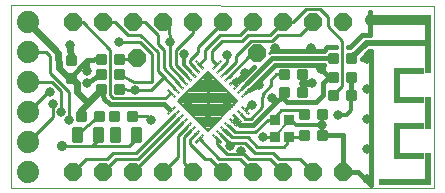
<source format=gtl>
G75*
%MOIN*%
%OFA0B0*%
%FSLAX25Y25*%
%IPPOS*%
%LPD*%
%AMOC8*
5,1,8,0,0,1.08239X$1,22.5*
%
%ADD10C,0.00000*%
%ADD11C,0.00875*%
%ADD12C,0.00728*%
%ADD13C,0.00492*%
%ADD14R,0.01969X0.01969*%
%ADD15R,0.01969X0.03543*%
%ADD16R,0.17323X0.03543*%
%ADD17R,0.01969X0.19685*%
%ADD18R,0.17323X0.01969*%
%ADD19R,0.01969X0.10630*%
%ADD20R,0.15512X0.01969*%
%ADD21C,0.03575*%
%ADD22R,0.10394X0.01969*%
%ADD23R,0.01969X0.07874*%
%ADD24C,0.07400*%
%ADD25R,0.03346X0.03740*%
%ADD26OC8,0.06000*%
%ADD27C,0.00800*%
%ADD28C,0.01200*%
%ADD29C,0.03169*%
%ADD30C,0.01600*%
%ADD31C,0.01000*%
%ADD32C,0.02400*%
%ADD33C,0.03562*%
%ADD34C,0.02000*%
D10*
X0001250Y0001800D02*
X0001250Y0063011D01*
X0142451Y0062761D01*
X0142451Y0001800D01*
X0001250Y0001800D01*
D11*
X0022187Y0017737D02*
X0024813Y0017737D01*
X0022187Y0017737D02*
X0022187Y0021863D01*
X0024813Y0021863D01*
X0024813Y0017737D01*
X0024813Y0018611D02*
X0022187Y0018611D01*
X0022187Y0019485D02*
X0024813Y0019485D01*
X0024813Y0020359D02*
X0022187Y0020359D01*
X0022187Y0021233D02*
X0024813Y0021233D01*
X0029187Y0017737D02*
X0031813Y0017737D01*
X0029187Y0017737D02*
X0029187Y0021863D01*
X0031813Y0021863D01*
X0031813Y0017737D01*
X0031813Y0018611D02*
X0029187Y0018611D01*
X0029187Y0019485D02*
X0031813Y0019485D01*
X0031813Y0020359D02*
X0029187Y0020359D01*
X0029187Y0021233D02*
X0031813Y0021233D01*
X0034687Y0017737D02*
X0037313Y0017737D01*
X0034687Y0017737D02*
X0034687Y0021863D01*
X0037313Y0021863D01*
X0037313Y0017737D01*
X0037313Y0018611D02*
X0034687Y0018611D01*
X0034687Y0019485D02*
X0037313Y0019485D01*
X0037313Y0020359D02*
X0034687Y0020359D01*
X0034687Y0021233D02*
X0037313Y0021233D01*
X0041687Y0017737D02*
X0044313Y0017737D01*
X0041687Y0017737D02*
X0041687Y0021863D01*
X0044313Y0021863D01*
X0044313Y0017737D01*
X0044313Y0018611D02*
X0041687Y0018611D01*
X0041687Y0019485D02*
X0044313Y0019485D01*
X0044313Y0020359D02*
X0041687Y0020359D01*
X0041687Y0021233D02*
X0044313Y0021233D01*
X0043063Y0024487D02*
X0040437Y0024487D01*
X0040437Y0027113D01*
X0043063Y0027113D01*
X0043063Y0024487D01*
X0043063Y0025361D02*
X0040437Y0025361D01*
X0040437Y0026235D02*
X0043063Y0026235D01*
X0043063Y0027109D02*
X0040437Y0027109D01*
X0037063Y0024487D02*
X0034437Y0024487D01*
X0034437Y0027113D01*
X0037063Y0027113D01*
X0037063Y0024487D01*
X0037063Y0025361D02*
X0034437Y0025361D01*
X0034437Y0026235D02*
X0037063Y0026235D01*
X0037063Y0027109D02*
X0034437Y0027109D01*
X0032063Y0027113D02*
X0029437Y0027113D01*
X0032063Y0027113D02*
X0032063Y0024487D01*
X0029437Y0024487D01*
X0029437Y0027113D01*
X0029437Y0025361D02*
X0032063Y0025361D01*
X0032063Y0026235D02*
X0029437Y0026235D01*
X0029437Y0027109D02*
X0032063Y0027109D01*
X0026063Y0027113D02*
X0023437Y0027113D01*
X0026063Y0027113D02*
X0026063Y0024487D01*
X0023437Y0024487D01*
X0023437Y0027113D01*
X0023437Y0025361D02*
X0026063Y0025361D01*
X0026063Y0026235D02*
X0023437Y0026235D01*
X0023437Y0027109D02*
X0026063Y0027109D01*
X0030187Y0036113D02*
X0032813Y0036113D01*
X0032813Y0033487D01*
X0030187Y0033487D01*
X0030187Y0036113D01*
X0030187Y0034361D02*
X0032813Y0034361D01*
X0032813Y0035235D02*
X0030187Y0035235D01*
X0030187Y0036109D02*
X0032813Y0036109D01*
X0036187Y0036113D02*
X0038813Y0036113D01*
X0038813Y0033487D01*
X0036187Y0033487D01*
X0036187Y0036113D01*
X0036187Y0034361D02*
X0038813Y0034361D01*
X0038813Y0035235D02*
X0036187Y0035235D01*
X0036187Y0036109D02*
X0038813Y0036109D01*
X0038813Y0038487D02*
X0036187Y0038487D01*
X0036187Y0041113D01*
X0038813Y0041113D01*
X0038813Y0038487D01*
X0038813Y0039361D02*
X0036187Y0039361D01*
X0036187Y0040235D02*
X0038813Y0040235D01*
X0038813Y0041109D02*
X0036187Y0041109D01*
X0032813Y0038487D02*
X0030187Y0038487D01*
X0030187Y0041113D01*
X0032813Y0041113D01*
X0032813Y0038487D01*
X0032813Y0039361D02*
X0030187Y0039361D01*
X0030187Y0040235D02*
X0032813Y0040235D01*
X0032813Y0041109D02*
X0030187Y0041109D01*
X0030187Y0046113D02*
X0032813Y0046113D01*
X0032813Y0043487D01*
X0030187Y0043487D01*
X0030187Y0046113D01*
X0030187Y0044361D02*
X0032813Y0044361D01*
X0032813Y0045235D02*
X0030187Y0045235D01*
X0030187Y0046109D02*
X0032813Y0046109D01*
X0036187Y0046113D02*
X0038813Y0046113D01*
X0038813Y0043487D01*
X0036187Y0043487D01*
X0036187Y0046113D01*
X0036187Y0044361D02*
X0038813Y0044361D01*
X0038813Y0045235D02*
X0036187Y0045235D01*
X0036187Y0046109D02*
X0038813Y0046109D01*
X0022813Y0045863D02*
X0022813Y0043237D01*
X0020187Y0043237D01*
X0020187Y0045863D01*
X0022813Y0045863D01*
X0022813Y0044111D02*
X0020187Y0044111D01*
X0020187Y0044985D02*
X0022813Y0044985D01*
X0022813Y0045859D02*
X0020187Y0045859D01*
X0022813Y0039863D02*
X0022813Y0037237D01*
X0020187Y0037237D01*
X0020187Y0039863D01*
X0022813Y0039863D01*
X0022813Y0038111D02*
X0020187Y0038111D01*
X0020187Y0038985D02*
X0022813Y0038985D01*
X0022813Y0039859D02*
X0020187Y0039859D01*
X0090937Y0041113D02*
X0093563Y0041113D01*
X0093563Y0038487D01*
X0090937Y0038487D01*
X0090937Y0041113D01*
X0090937Y0039361D02*
X0093563Y0039361D01*
X0093563Y0040235D02*
X0090937Y0040235D01*
X0090937Y0041109D02*
X0093563Y0041109D01*
X0096937Y0041113D02*
X0099563Y0041113D01*
X0099563Y0038487D01*
X0096937Y0038487D01*
X0096937Y0041113D01*
X0096937Y0039361D02*
X0099563Y0039361D01*
X0099563Y0040235D02*
X0096937Y0040235D01*
X0096937Y0041109D02*
X0099563Y0041109D01*
X0107437Y0040363D02*
X0110063Y0040363D01*
X0110063Y0037737D01*
X0107437Y0037737D01*
X0107437Y0040363D01*
X0107437Y0038611D02*
X0110063Y0038611D01*
X0110063Y0039485D02*
X0107437Y0039485D01*
X0107437Y0040359D02*
X0110063Y0040359D01*
X0113437Y0040363D02*
X0116063Y0040363D01*
X0116063Y0037737D01*
X0113437Y0037737D01*
X0113437Y0040363D01*
X0113437Y0038611D02*
X0116063Y0038611D01*
X0116063Y0039485D02*
X0113437Y0039485D01*
X0113437Y0040359D02*
X0116063Y0040359D01*
X0116063Y0046613D02*
X0113437Y0046613D01*
X0116063Y0046613D02*
X0116063Y0043987D01*
X0113437Y0043987D01*
X0113437Y0046613D01*
X0113437Y0044861D02*
X0116063Y0044861D01*
X0116063Y0045735D02*
X0113437Y0045735D01*
X0113437Y0046609D02*
X0116063Y0046609D01*
X0110063Y0046613D02*
X0107437Y0046613D01*
X0110063Y0046613D02*
X0110063Y0043987D01*
X0107437Y0043987D01*
X0107437Y0046613D01*
X0107437Y0044861D02*
X0110063Y0044861D01*
X0110063Y0045735D02*
X0107437Y0045735D01*
X0107437Y0046609D02*
X0110063Y0046609D01*
X0099636Y0032664D02*
X0097010Y0032664D01*
X0097010Y0035290D01*
X0099636Y0035290D01*
X0099636Y0032664D01*
X0099636Y0033538D02*
X0097010Y0033538D01*
X0097010Y0034412D02*
X0099636Y0034412D01*
X0099636Y0035286D02*
X0097010Y0035286D01*
X0093636Y0032664D02*
X0091010Y0032664D01*
X0091010Y0035290D01*
X0093636Y0035290D01*
X0093636Y0032664D01*
X0093636Y0033538D02*
X0091010Y0033538D01*
X0091010Y0034412D02*
X0093636Y0034412D01*
X0093636Y0035286D02*
X0091010Y0035286D01*
X0107437Y0031737D02*
X0110063Y0031737D01*
X0107437Y0031737D02*
X0107437Y0034363D01*
X0110063Y0034363D01*
X0110063Y0031737D01*
X0110063Y0032611D02*
X0107437Y0032611D01*
X0107437Y0033485D02*
X0110063Y0033485D01*
X0110063Y0034359D02*
X0107437Y0034359D01*
X0113437Y0031737D02*
X0116063Y0031737D01*
X0113437Y0031737D02*
X0113437Y0034363D01*
X0116063Y0034363D01*
X0116063Y0031737D01*
X0116063Y0032611D02*
X0113437Y0032611D01*
X0113437Y0033485D02*
X0116063Y0033485D01*
X0116063Y0034359D02*
X0113437Y0034359D01*
X0106417Y0027802D02*
X0103791Y0027802D01*
X0106417Y0027802D02*
X0106417Y0025176D01*
X0103791Y0025176D01*
X0103791Y0027802D01*
X0103791Y0026050D02*
X0106417Y0026050D01*
X0106417Y0026924D02*
X0103791Y0026924D01*
X0103791Y0027798D02*
X0106417Y0027798D01*
X0100417Y0027802D02*
X0097791Y0027802D01*
X0100417Y0027802D02*
X0100417Y0025176D01*
X0097791Y0025176D01*
X0097791Y0027802D01*
X0097791Y0026050D02*
X0100417Y0026050D01*
X0100417Y0026924D02*
X0097791Y0026924D01*
X0097791Y0027798D02*
X0100417Y0027798D01*
X0100313Y0020941D02*
X0097687Y0020941D01*
X0100313Y0020941D02*
X0100313Y0018315D01*
X0097687Y0018315D01*
X0097687Y0020941D01*
X0097687Y0019189D02*
X0100313Y0019189D01*
X0100313Y0020063D02*
X0097687Y0020063D01*
X0097687Y0020937D02*
X0100313Y0020937D01*
X0103687Y0020941D02*
X0106313Y0020941D01*
X0106313Y0018315D01*
X0103687Y0018315D01*
X0103687Y0020941D01*
X0103687Y0019189D02*
X0106313Y0019189D01*
X0106313Y0020063D02*
X0103687Y0020063D01*
X0103687Y0020937D02*
X0106313Y0020937D01*
D12*
X0076784Y0030800D02*
X0067000Y0040584D01*
X0076784Y0030800D02*
X0067000Y0021016D01*
X0057216Y0030800D01*
X0067000Y0040584D01*
X0067727Y0021743D02*
X0066273Y0021743D01*
X0065546Y0022470D02*
X0068454Y0022470D01*
X0069181Y0023197D02*
X0064819Y0023197D01*
X0064092Y0023924D02*
X0069908Y0023924D01*
X0070635Y0024651D02*
X0063365Y0024651D01*
X0062638Y0025378D02*
X0071362Y0025378D01*
X0072089Y0026105D02*
X0061911Y0026105D01*
X0061184Y0026832D02*
X0072816Y0026832D01*
X0073543Y0027559D02*
X0060457Y0027559D01*
X0059730Y0028286D02*
X0074270Y0028286D01*
X0074997Y0029013D02*
X0059003Y0029013D01*
X0058276Y0029740D02*
X0075724Y0029740D01*
X0076451Y0030467D02*
X0057549Y0030467D01*
X0057610Y0031194D02*
X0076390Y0031194D01*
X0075663Y0031921D02*
X0058337Y0031921D01*
X0059064Y0032648D02*
X0074936Y0032648D01*
X0074209Y0033375D02*
X0059791Y0033375D01*
X0060518Y0034102D02*
X0073482Y0034102D01*
X0072755Y0034829D02*
X0061245Y0034829D01*
X0061972Y0035556D02*
X0072028Y0035556D01*
X0071301Y0036283D02*
X0062699Y0036283D01*
X0063426Y0037010D02*
X0070574Y0037010D01*
X0069847Y0037737D02*
X0064153Y0037737D01*
X0064880Y0038464D02*
X0069120Y0038464D01*
X0068393Y0039191D02*
X0065607Y0039191D01*
X0066334Y0039918D02*
X0067666Y0039918D01*
D13*
X0069854Y0040684D02*
X0072288Y0043118D01*
X0072636Y0042770D01*
X0070202Y0040336D01*
X0069854Y0040684D01*
X0069997Y0040827D02*
X0070693Y0040827D01*
X0070488Y0041318D02*
X0071184Y0041318D01*
X0070979Y0041809D02*
X0071675Y0041809D01*
X0071470Y0042300D02*
X0072166Y0042300D01*
X0071961Y0042791D02*
X0072615Y0042791D01*
X0070896Y0044510D02*
X0068462Y0042076D01*
X0070896Y0044510D02*
X0071244Y0044162D01*
X0068810Y0041728D01*
X0068462Y0042076D01*
X0068605Y0042219D02*
X0069301Y0042219D01*
X0069096Y0042710D02*
X0069792Y0042710D01*
X0069587Y0043201D02*
X0070283Y0043201D01*
X0070078Y0043692D02*
X0070774Y0043692D01*
X0070569Y0044183D02*
X0071223Y0044183D01*
X0065190Y0041728D02*
X0062756Y0044162D01*
X0063104Y0044510D01*
X0065538Y0042076D01*
X0065190Y0041728D01*
X0065395Y0042219D02*
X0064699Y0042219D01*
X0064904Y0042710D02*
X0064208Y0042710D01*
X0064413Y0043201D02*
X0063717Y0043201D01*
X0063922Y0043692D02*
X0063226Y0043692D01*
X0063431Y0044183D02*
X0062777Y0044183D01*
X0061433Y0042839D02*
X0063867Y0040405D01*
X0061433Y0042839D02*
X0061781Y0043187D01*
X0064215Y0040753D01*
X0063867Y0040405D01*
X0064072Y0040896D02*
X0063376Y0040896D01*
X0063581Y0041387D02*
X0062885Y0041387D01*
X0063090Y0041878D02*
X0062394Y0041878D01*
X0062599Y0042369D02*
X0061903Y0042369D01*
X0062108Y0042860D02*
X0061454Y0042860D01*
X0060111Y0041517D02*
X0062545Y0039083D01*
X0060111Y0041517D02*
X0060459Y0041865D01*
X0062893Y0039431D01*
X0062545Y0039083D01*
X0062750Y0039574D02*
X0062054Y0039574D01*
X0062259Y0040065D02*
X0061563Y0040065D01*
X0061768Y0040556D02*
X0061072Y0040556D01*
X0061277Y0041047D02*
X0060581Y0041047D01*
X0060786Y0041538D02*
X0060132Y0041538D01*
X0058719Y0040125D02*
X0061153Y0037691D01*
X0058719Y0040125D02*
X0059067Y0040473D01*
X0061501Y0038039D01*
X0061153Y0037691D01*
X0061358Y0038182D02*
X0060662Y0038182D01*
X0060867Y0038673D02*
X0060171Y0038673D01*
X0060376Y0039164D02*
X0059680Y0039164D01*
X0059885Y0039655D02*
X0059189Y0039655D01*
X0059394Y0040146D02*
X0058740Y0040146D01*
X0057327Y0038733D02*
X0059761Y0036299D01*
X0057327Y0038733D02*
X0057675Y0039081D01*
X0060109Y0036647D01*
X0059761Y0036299D01*
X0059966Y0036790D02*
X0059270Y0036790D01*
X0059475Y0037281D02*
X0058779Y0037281D01*
X0058984Y0037772D02*
X0058288Y0037772D01*
X0058493Y0038263D02*
X0057797Y0038263D01*
X0058002Y0038754D02*
X0057348Y0038754D01*
X0056005Y0037411D02*
X0058439Y0034977D01*
X0056005Y0037411D02*
X0056353Y0037759D01*
X0058787Y0035325D01*
X0058439Y0034977D01*
X0058644Y0035468D02*
X0057948Y0035468D01*
X0058153Y0035959D02*
X0057457Y0035959D01*
X0057662Y0036450D02*
X0056966Y0036450D01*
X0057171Y0036941D02*
X0056475Y0036941D01*
X0056680Y0037432D02*
X0056026Y0037432D01*
X0054613Y0036019D02*
X0057047Y0033585D01*
X0054613Y0036019D02*
X0054961Y0036367D01*
X0057395Y0033933D01*
X0057047Y0033585D01*
X0057252Y0034076D02*
X0056556Y0034076D01*
X0056761Y0034567D02*
X0056065Y0034567D01*
X0056270Y0035058D02*
X0055574Y0035058D01*
X0055779Y0035549D02*
X0055083Y0035549D01*
X0055288Y0036040D02*
X0054634Y0036040D01*
X0053290Y0034696D02*
X0055724Y0032262D01*
X0053290Y0034696D02*
X0053638Y0035044D01*
X0056072Y0032610D01*
X0055724Y0032262D01*
X0055929Y0032753D02*
X0055233Y0032753D01*
X0055438Y0033244D02*
X0054742Y0033244D01*
X0054947Y0033735D02*
X0054251Y0033735D01*
X0054456Y0034226D02*
X0053760Y0034226D01*
X0053965Y0034717D02*
X0053311Y0034717D01*
X0056072Y0028990D02*
X0053638Y0026556D01*
X0053290Y0026904D01*
X0055724Y0029338D01*
X0056072Y0028990D01*
X0054129Y0027047D02*
X0053433Y0027047D01*
X0053924Y0027538D02*
X0054620Y0027538D01*
X0054415Y0028029D02*
X0055111Y0028029D01*
X0054906Y0028520D02*
X0055602Y0028520D01*
X0055397Y0029011D02*
X0056051Y0029011D01*
X0057395Y0027667D02*
X0054961Y0025233D01*
X0054613Y0025581D01*
X0057047Y0028015D01*
X0057395Y0027667D01*
X0055452Y0025724D02*
X0054756Y0025724D01*
X0055247Y0026215D02*
X0055943Y0026215D01*
X0055738Y0026706D02*
X0056434Y0026706D01*
X0056229Y0027197D02*
X0056925Y0027197D01*
X0056720Y0027688D02*
X0057374Y0027688D01*
X0058717Y0026345D02*
X0056283Y0023911D01*
X0055935Y0024259D01*
X0058369Y0026693D01*
X0058717Y0026345D01*
X0056774Y0024402D02*
X0056078Y0024402D01*
X0056569Y0024893D02*
X0057265Y0024893D01*
X0057060Y0025384D02*
X0057756Y0025384D01*
X0057551Y0025875D02*
X0058247Y0025875D01*
X0058042Y0026366D02*
X0058696Y0026366D01*
X0060109Y0024953D02*
X0057675Y0022519D01*
X0057327Y0022867D01*
X0059761Y0025301D01*
X0060109Y0024953D01*
X0058166Y0023010D02*
X0057470Y0023010D01*
X0057961Y0023501D02*
X0058657Y0023501D01*
X0058452Y0023992D02*
X0059148Y0023992D01*
X0058943Y0024483D02*
X0059639Y0024483D01*
X0059434Y0024974D02*
X0060088Y0024974D01*
X0061501Y0023561D02*
X0059067Y0021127D01*
X0058719Y0021475D01*
X0061153Y0023909D01*
X0061501Y0023561D01*
X0059558Y0021618D02*
X0058862Y0021618D01*
X0059353Y0022109D02*
X0060049Y0022109D01*
X0059844Y0022600D02*
X0060540Y0022600D01*
X0060335Y0023091D02*
X0061031Y0023091D01*
X0060826Y0023582D02*
X0061480Y0023582D01*
X0062823Y0022239D02*
X0060389Y0019805D01*
X0060041Y0020153D01*
X0062475Y0022587D01*
X0062823Y0022239D01*
X0060880Y0020296D02*
X0060184Y0020296D01*
X0060675Y0020787D02*
X0061371Y0020787D01*
X0061166Y0021278D02*
X0061862Y0021278D01*
X0061657Y0021769D02*
X0062353Y0021769D01*
X0062148Y0022260D02*
X0062802Y0022260D01*
X0064215Y0020847D02*
X0061781Y0018413D01*
X0061433Y0018761D01*
X0063867Y0021195D01*
X0064215Y0020847D01*
X0062272Y0018904D02*
X0061576Y0018904D01*
X0062067Y0019395D02*
X0062763Y0019395D01*
X0062558Y0019886D02*
X0063254Y0019886D01*
X0063049Y0020377D02*
X0063745Y0020377D01*
X0063540Y0020868D02*
X0064194Y0020868D01*
X0065538Y0019524D02*
X0063104Y0017090D01*
X0062756Y0017438D01*
X0065190Y0019872D01*
X0065538Y0019524D01*
X0063595Y0017581D02*
X0062899Y0017581D01*
X0063390Y0018072D02*
X0064086Y0018072D01*
X0063881Y0018563D02*
X0064577Y0018563D01*
X0064372Y0019054D02*
X0065068Y0019054D01*
X0064863Y0019545D02*
X0065517Y0019545D01*
X0068810Y0019872D02*
X0071244Y0017438D01*
X0070896Y0017090D01*
X0068462Y0019524D01*
X0068810Y0019872D01*
X0070405Y0017581D02*
X0071101Y0017581D01*
X0070610Y0018072D02*
X0069914Y0018072D01*
X0070119Y0018563D02*
X0069423Y0018563D01*
X0069628Y0019054D02*
X0068932Y0019054D01*
X0069137Y0019545D02*
X0068483Y0019545D01*
X0070133Y0021195D02*
X0072567Y0018761D01*
X0072219Y0018413D01*
X0069785Y0020847D01*
X0070133Y0021195D01*
X0071728Y0018904D02*
X0072424Y0018904D01*
X0071933Y0019395D02*
X0071237Y0019395D01*
X0071442Y0019886D02*
X0070746Y0019886D01*
X0070951Y0020377D02*
X0070255Y0020377D01*
X0070460Y0020868D02*
X0069806Y0020868D01*
X0071455Y0022517D02*
X0073889Y0020083D01*
X0073541Y0019735D01*
X0071107Y0022169D01*
X0071455Y0022517D01*
X0073050Y0020226D02*
X0073746Y0020226D01*
X0073255Y0020717D02*
X0072559Y0020717D01*
X0072764Y0021208D02*
X0072068Y0021208D01*
X0072273Y0021699D02*
X0071577Y0021699D01*
X0071782Y0022190D02*
X0071128Y0022190D01*
X0072847Y0023909D02*
X0075281Y0021475D01*
X0074933Y0021127D01*
X0072499Y0023561D01*
X0072847Y0023909D01*
X0074442Y0021618D02*
X0075138Y0021618D01*
X0074647Y0022109D02*
X0073951Y0022109D01*
X0074156Y0022600D02*
X0073460Y0022600D01*
X0073665Y0023091D02*
X0072969Y0023091D01*
X0073174Y0023582D02*
X0072520Y0023582D01*
X0074239Y0025301D02*
X0076673Y0022867D01*
X0076325Y0022519D01*
X0073891Y0024953D01*
X0074239Y0025301D01*
X0075834Y0023010D02*
X0076530Y0023010D01*
X0076039Y0023501D02*
X0075343Y0023501D01*
X0075548Y0023992D02*
X0074852Y0023992D01*
X0075057Y0024483D02*
X0074361Y0024483D01*
X0074566Y0024974D02*
X0073912Y0024974D01*
X0075561Y0026623D02*
X0077995Y0024189D01*
X0077647Y0023841D01*
X0075213Y0026275D01*
X0075561Y0026623D01*
X0077156Y0024332D02*
X0077852Y0024332D01*
X0077361Y0024823D02*
X0076665Y0024823D01*
X0076870Y0025314D02*
X0076174Y0025314D01*
X0076379Y0025805D02*
X0075683Y0025805D01*
X0075888Y0026296D02*
X0075234Y0026296D01*
X0076953Y0028015D02*
X0079387Y0025581D01*
X0079039Y0025233D01*
X0076605Y0027667D01*
X0076953Y0028015D01*
X0078548Y0025724D02*
X0079244Y0025724D01*
X0078753Y0026215D02*
X0078057Y0026215D01*
X0078262Y0026706D02*
X0077566Y0026706D01*
X0077771Y0027197D02*
X0077075Y0027197D01*
X0077280Y0027688D02*
X0076626Y0027688D01*
X0078276Y0029338D02*
X0080710Y0026904D01*
X0080362Y0026556D01*
X0077928Y0028990D01*
X0078276Y0029338D01*
X0079871Y0027047D02*
X0080567Y0027047D01*
X0080076Y0027538D02*
X0079380Y0027538D01*
X0079585Y0028029D02*
X0078889Y0028029D01*
X0079094Y0028520D02*
X0078398Y0028520D01*
X0078603Y0029011D02*
X0077949Y0029011D01*
X0077928Y0032610D02*
X0080362Y0035044D01*
X0080710Y0034696D01*
X0078276Y0032262D01*
X0077928Y0032610D01*
X0078071Y0032753D02*
X0078767Y0032753D01*
X0078562Y0033244D02*
X0079258Y0033244D01*
X0079053Y0033735D02*
X0079749Y0033735D01*
X0079544Y0034226D02*
X0080240Y0034226D01*
X0080035Y0034717D02*
X0080689Y0034717D01*
X0079039Y0036367D02*
X0076605Y0033933D01*
X0079039Y0036367D02*
X0079387Y0036019D01*
X0076953Y0033585D01*
X0076605Y0033933D01*
X0076748Y0034076D02*
X0077444Y0034076D01*
X0077239Y0034567D02*
X0077935Y0034567D01*
X0077730Y0035058D02*
X0078426Y0035058D01*
X0078221Y0035549D02*
X0078917Y0035549D01*
X0078712Y0036040D02*
X0079366Y0036040D01*
X0077717Y0037689D02*
X0075283Y0035255D01*
X0077717Y0037689D02*
X0078065Y0037341D01*
X0075631Y0034907D01*
X0075283Y0035255D01*
X0075426Y0035398D02*
X0076122Y0035398D01*
X0075917Y0035889D02*
X0076613Y0035889D01*
X0076408Y0036380D02*
X0077104Y0036380D01*
X0076899Y0036871D02*
X0077595Y0036871D01*
X0077390Y0037362D02*
X0078044Y0037362D01*
X0076325Y0039081D02*
X0073891Y0036647D01*
X0076325Y0039081D02*
X0076673Y0038733D01*
X0074239Y0036299D01*
X0073891Y0036647D01*
X0074034Y0036790D02*
X0074730Y0036790D01*
X0074525Y0037281D02*
X0075221Y0037281D01*
X0075016Y0037772D02*
X0075712Y0037772D01*
X0075507Y0038263D02*
X0076203Y0038263D01*
X0075998Y0038754D02*
X0076652Y0038754D01*
X0074933Y0040473D02*
X0072499Y0038039D01*
X0074933Y0040473D02*
X0075281Y0040125D01*
X0072847Y0037691D01*
X0072499Y0038039D01*
X0072642Y0038182D02*
X0073338Y0038182D01*
X0073133Y0038673D02*
X0073829Y0038673D01*
X0073624Y0039164D02*
X0074320Y0039164D01*
X0074115Y0039655D02*
X0074811Y0039655D01*
X0074606Y0040146D02*
X0075260Y0040146D01*
X0073611Y0041795D02*
X0071177Y0039361D01*
X0073611Y0041795D02*
X0073959Y0041447D01*
X0071525Y0039013D01*
X0071177Y0039361D01*
X0071320Y0039504D02*
X0072016Y0039504D01*
X0071811Y0039995D02*
X0072507Y0039995D01*
X0072302Y0040486D02*
X0072998Y0040486D01*
X0072793Y0040977D02*
X0073489Y0040977D01*
X0073284Y0041468D02*
X0073938Y0041468D01*
D14*
X0121016Y0050154D03*
D15*
X0121016Y0058028D03*
D16*
X0130661Y0058028D03*
D17*
X0140307Y0049957D03*
D18*
X0130661Y0050154D03*
D19*
X0140307Y0026926D03*
X0140307Y0008422D03*
D20*
X0131567Y0004091D03*
D21*
X0121016Y0058028D03*
D22*
X0134126Y0041099D03*
X0134126Y0031257D03*
X0134126Y0022595D03*
X0134126Y0012753D03*
D23*
X0129913Y0017674D03*
X0129913Y0036178D03*
D24*
X0007000Y0037300D03*
X0007000Y0047300D03*
X0007000Y0057300D03*
X0007000Y0027300D03*
X0007000Y0017300D03*
X0007000Y0007300D03*
D25*
X0089456Y0018769D03*
X0093983Y0018769D03*
X0093983Y0024478D03*
X0089456Y0024478D03*
D26*
X0092000Y0007300D03*
X0082000Y0007300D03*
X0072000Y0007300D03*
X0062000Y0007300D03*
X0052000Y0007300D03*
X0042000Y0007300D03*
X0032000Y0007300D03*
X0022000Y0007300D03*
X0102000Y0007300D03*
X0112000Y0007300D03*
X0043500Y0045300D03*
X0042000Y0057300D03*
X0032000Y0057300D03*
X0022000Y0057300D03*
X0052000Y0057300D03*
X0062000Y0057300D03*
X0072000Y0057300D03*
X0082000Y0057300D03*
X0092000Y0057300D03*
X0102000Y0057300D03*
X0112000Y0057300D03*
X0083250Y0046800D03*
D27*
X0093983Y0024478D02*
X0089456Y0018769D01*
D28*
X0094822Y0024478D02*
X0096250Y0023050D01*
X0105000Y0023050D01*
X0105000Y0026386D01*
X0105104Y0026489D01*
X0110250Y0026300D02*
X0113250Y0026300D01*
X0114750Y0027800D01*
X0114750Y0033050D01*
X0094822Y0024478D02*
X0093983Y0024478D01*
X0105000Y0023050D02*
X0105000Y0019628D01*
X0105000Y0019628D01*
X0059000Y0043050D02*
X0059000Y0046550D01*
D29*
X0059000Y0046550D03*
X0054250Y0050550D03*
X0037250Y0050550D03*
X0021000Y0049550D03*
X0026750Y0040800D03*
X0026750Y0036800D03*
X0014250Y0034050D03*
X0015250Y0030050D03*
X0018000Y0027300D03*
X0020750Y0024550D03*
X0042750Y0034550D03*
X0060500Y0030800D03*
X0073500Y0030800D03*
X0081750Y0029550D03*
X0088250Y0032050D03*
X0084000Y0036300D03*
X0079250Y0040300D03*
X0073250Y0046300D03*
X0089500Y0048550D03*
X0101500Y0048550D03*
X0104750Y0041550D03*
X0101750Y0036800D03*
X0120000Y0035050D03*
X0110250Y0026300D03*
X0105000Y0023050D03*
X0120000Y0025050D03*
X0120000Y0015050D03*
X0120000Y0005050D03*
X0085500Y0018800D03*
X0078000Y0014300D03*
X0074500Y0016050D03*
X0067000Y0024550D03*
X0048000Y0024550D03*
X0067000Y0037300D03*
X0120000Y0045050D03*
D30*
X0118250Y0045050D02*
X0120750Y0047550D01*
X0121250Y0047550D01*
X0121250Y0003050D01*
X0117000Y0007300D01*
X0112000Y0007300D01*
X0111927Y0019477D01*
X0105152Y0019477D01*
X0105000Y0019628D01*
X0089750Y0030550D02*
X0082000Y0022800D01*
X0077750Y0022800D01*
X0076000Y0024550D01*
X0088250Y0032050D02*
X0089750Y0030550D01*
X0091625Y0032425D01*
X0093500Y0030550D01*
X0103000Y0030550D01*
X0105250Y0032800D01*
X0105250Y0037050D01*
X0107250Y0039050D01*
X0104750Y0041550D01*
X0105750Y0043050D02*
X0089500Y0043050D01*
X0081500Y0035050D01*
X0080853Y0034653D02*
X0084000Y0036300D01*
X0080000Y0036800D02*
X0088500Y0045300D01*
X0108750Y0045300D01*
X0105750Y0047550D02*
X0106750Y0048800D01*
X0109750Y0048800D01*
X0113750Y0048800D02*
X0114500Y0048800D01*
X0118500Y0052800D01*
X0121000Y0052800D01*
X0121000Y0060550D01*
X0105750Y0047550D02*
X0088250Y0047550D01*
X0082250Y0042300D02*
X0078250Y0038300D01*
X0079250Y0040300D02*
X0076000Y0037050D01*
X0091625Y0032425D02*
X0092073Y0032873D01*
X0092063Y0032945D01*
X0092056Y0033017D01*
X0092052Y0033089D01*
X0092053Y0033162D01*
X0092056Y0033234D01*
X0092063Y0033307D01*
X0092074Y0033378D01*
X0092089Y0033450D01*
X0092106Y0033520D01*
X0092127Y0033589D01*
X0092152Y0033658D01*
X0092180Y0033724D01*
X0092211Y0033790D01*
X0092245Y0033854D01*
X0092283Y0033916D01*
X0092323Y0033976D01*
X0098323Y0033977D02*
X0098323Y0038873D01*
X0098324Y0038873D02*
X0098343Y0038938D01*
X0098358Y0039005D01*
X0098370Y0039072D01*
X0098378Y0039139D01*
X0098382Y0039207D01*
X0098383Y0039276D01*
X0098379Y0039344D01*
X0098372Y0039411D01*
X0098361Y0039479D01*
X0098346Y0039545D01*
X0098328Y0039611D01*
X0098305Y0039675D01*
X0098280Y0039738D01*
X0098250Y0039800D01*
X0107250Y0039050D02*
X0108750Y0039050D01*
X0114750Y0039050D02*
X0114750Y0033050D01*
X0114750Y0045300D02*
X0114911Y0045550D01*
X0054000Y0028300D02*
X0052500Y0029800D01*
X0034250Y0029800D01*
X0032500Y0031550D01*
X0031500Y0034800D01*
X0031500Y0039800D02*
X0026750Y0036800D01*
X0021500Y0038550D02*
X0021250Y0038800D01*
X0021250Y0039050D01*
X0026750Y0044550D01*
X0026750Y0040800D01*
X0026750Y0044550D02*
X0031500Y0044800D01*
D31*
X0034500Y0048050D02*
X0025250Y0057300D01*
X0022000Y0057300D01*
X0032000Y0057300D02*
X0036000Y0057300D01*
X0040250Y0053050D01*
X0044500Y0053050D01*
X0050250Y0047300D01*
X0050250Y0041050D01*
X0052500Y0038800D01*
X0048000Y0034550D01*
X0042750Y0034550D01*
X0037500Y0034800D01*
X0034500Y0032800D02*
X0034500Y0048050D01*
X0037250Y0050550D02*
X0044250Y0050550D01*
X0048250Y0046550D01*
X0048250Y0037300D01*
X0042250Y0037300D01*
X0037500Y0039800D01*
X0037500Y0044800D02*
X0040500Y0044800D01*
X0050250Y0050050D02*
X0050250Y0053050D01*
X0046000Y0057300D01*
X0042000Y0057300D01*
X0052000Y0057300D02*
X0054000Y0055550D01*
X0054250Y0050550D01*
X0054250Y0042550D01*
X0058610Y0037940D01*
X0058718Y0037690D01*
X0057396Y0036654D02*
X0052250Y0041800D01*
X0052250Y0048050D01*
X0050250Y0050050D01*
X0056250Y0047800D02*
X0056250Y0043050D01*
X0060110Y0039190D01*
X0060110Y0039082D01*
X0061502Y0040474D02*
X0061502Y0040548D01*
X0059000Y0043050D01*
X0061000Y0043550D02*
X0061000Y0044550D01*
X0063750Y0047300D01*
X0063750Y0049050D01*
X0072000Y0057300D01*
X0071000Y0053050D02*
X0066000Y0048050D01*
X0066000Y0044972D01*
X0064147Y0043119D01*
X0062824Y0041796D02*
X0062754Y0041796D01*
X0061000Y0043550D01*
X0068250Y0044722D02*
X0069853Y0043119D01*
X0071245Y0041795D02*
X0073250Y0043800D01*
X0073250Y0046300D01*
X0076250Y0046050D02*
X0076250Y0044087D01*
X0072568Y0040404D01*
X0073890Y0039082D02*
X0080750Y0045800D01*
X0081457Y0046507D01*
X0082164Y0046800D02*
X0083250Y0046800D01*
X0082164Y0046800D02*
X0082104Y0046798D01*
X0082043Y0046793D01*
X0081984Y0046784D01*
X0081925Y0046771D01*
X0081866Y0046755D01*
X0081809Y0046735D01*
X0081754Y0046712D01*
X0081699Y0046685D01*
X0081647Y0046656D01*
X0081596Y0046623D01*
X0081547Y0046587D01*
X0081501Y0046549D01*
X0081457Y0046507D01*
X0081250Y0051050D02*
X0076250Y0046050D01*
X0071750Y0051050D02*
X0068250Y0047550D01*
X0068250Y0044722D01*
X0071245Y0041795D02*
X0071245Y0041727D01*
X0075282Y0037690D02*
X0076674Y0036298D01*
X0076055Y0036917D01*
X0076039Y0036936D01*
X0076025Y0036956D01*
X0076014Y0036978D01*
X0076006Y0037001D01*
X0076002Y0037025D01*
X0076000Y0037050D01*
X0077996Y0034976D02*
X0079694Y0036673D01*
X0079722Y0036699D01*
X0079752Y0036722D01*
X0079783Y0036742D01*
X0079817Y0036759D01*
X0079852Y0036774D01*
X0079888Y0036785D01*
X0079925Y0036793D01*
X0079962Y0036798D01*
X0080000Y0036800D01*
X0080853Y0034653D02*
X0079319Y0033653D01*
X0085250Y0033300D02*
X0088000Y0036300D01*
X0088000Y0038050D01*
X0089750Y0039800D01*
X0092250Y0039800D01*
X0098250Y0039800D02*
X0098250Y0036800D01*
X0108750Y0033050D02*
X0111750Y0036050D01*
X0111750Y0051050D01*
X0107000Y0055800D01*
X0107000Y0058800D01*
X0104250Y0061550D01*
X0099750Y0061550D01*
X0095500Y0057300D01*
X0092000Y0057300D01*
X0087750Y0053050D01*
X0080500Y0053050D01*
X0078500Y0051050D01*
X0071750Y0051050D01*
X0071000Y0053050D02*
X0077750Y0053050D01*
X0082000Y0057300D01*
X0088500Y0051050D02*
X0090500Y0053050D01*
X0097750Y0053050D01*
X0102000Y0057300D01*
X0088500Y0051050D02*
X0081250Y0051050D01*
X0087500Y0047050D02*
X0088250Y0047550D01*
X0067000Y0037300D02*
X0067000Y0030800D01*
X0067000Y0024550D01*
X0072498Y0021126D02*
X0072674Y0021126D01*
X0075000Y0018800D01*
X0080250Y0018800D01*
X0083500Y0015550D01*
X0092250Y0015550D01*
X0093500Y0016800D01*
X0093500Y0018285D01*
X0093983Y0018769D01*
X0097390Y0018769D01*
X0099000Y0019628D01*
X0089456Y0018769D02*
X0086281Y0018769D01*
X0085500Y0018800D01*
X0082750Y0020550D02*
X0087000Y0024550D01*
X0089456Y0024478D01*
X0089456Y0025756D01*
X0091500Y0027800D01*
X0097793Y0027800D01*
X0099104Y0026489D01*
X0085207Y0029007D02*
X0085207Y0031757D01*
X0085250Y0033050D01*
X0085250Y0033300D01*
X0081750Y0029550D02*
X0080922Y0029550D01*
X0079319Y0027947D01*
X0077996Y0026624D02*
X0077996Y0026554D01*
X0079500Y0025050D01*
X0081250Y0025050D01*
X0085207Y0029007D01*
X0076604Y0025232D02*
X0076604Y0025154D01*
X0076000Y0024550D01*
X0076604Y0025232D02*
X0075282Y0023910D01*
X0074032Y0022518D02*
X0076000Y0020550D01*
X0082750Y0020550D01*
X0079250Y0017050D02*
X0082750Y0013550D01*
X0088750Y0013550D01*
X0090750Y0011550D01*
X0097750Y0011550D01*
X0102000Y0007300D01*
X0092000Y0007300D02*
X0087750Y0011550D01*
X0080750Y0011550D01*
X0079000Y0013300D01*
X0073250Y0013300D01*
X0070000Y0016550D01*
X0070000Y0018335D01*
X0069853Y0018481D01*
X0071176Y0019804D02*
X0074250Y0016800D01*
X0074500Y0016550D01*
X0074500Y0016050D01*
X0073929Y0017050D02*
X0071176Y0019804D01*
X0073890Y0022518D02*
X0074032Y0022518D01*
X0064147Y0018481D02*
X0064250Y0018128D01*
X0070750Y0011550D01*
X0077750Y0011550D01*
X0082000Y0007300D01*
X0072000Y0007300D02*
X0067750Y0011550D01*
X0066000Y0011550D01*
X0061000Y0016550D01*
X0061000Y0018050D01*
X0062754Y0019804D01*
X0062824Y0019804D01*
X0061432Y0021196D02*
X0061396Y0021196D01*
X0059000Y0018800D01*
X0059000Y0010300D01*
X0062000Y0007300D01*
X0057000Y0012300D02*
X0052000Y0007300D01*
X0043750Y0011550D02*
X0036250Y0011550D01*
X0032000Y0007300D01*
X0033500Y0011550D02*
X0026250Y0011550D01*
X0022000Y0007300D01*
X0033500Y0011550D02*
X0035500Y0013550D01*
X0043000Y0013550D01*
X0056004Y0026554D01*
X0056004Y0026624D01*
X0057326Y0025302D02*
X0057326Y0025126D01*
X0043750Y0011550D01*
X0042000Y0007300D02*
X0058610Y0023910D01*
X0058718Y0023910D01*
X0060110Y0022518D02*
X0060110Y0022410D01*
X0057000Y0019300D01*
X0057000Y0012300D01*
X0042500Y0017550D02*
X0042500Y0019300D01*
X0043000Y0019800D01*
X0042500Y0017550D02*
X0040750Y0015800D01*
X0028250Y0015800D01*
X0018250Y0015800D01*
X0023500Y0019800D02*
X0030750Y0025800D01*
X0020750Y0024550D02*
X0020750Y0034050D01*
X0014500Y0040300D01*
X0014500Y0045800D01*
X0013000Y0047300D01*
X0007000Y0047300D01*
X0007000Y0037300D02*
X0015000Y0037300D01*
X0018000Y0034300D01*
X0018000Y0027300D01*
X0015250Y0025550D02*
X0015250Y0030050D01*
X0013750Y0034050D02*
X0007000Y0027300D01*
X0015250Y0025550D02*
X0007000Y0017300D01*
X0028250Y0015800D02*
X0030500Y0018050D01*
X0030500Y0019800D01*
X0041750Y0025800D02*
X0046750Y0025800D01*
X0048000Y0024550D01*
X0054147Y0027947D02*
X0054000Y0028300D01*
X0054147Y0027947D02*
X0054681Y0027947D01*
X0060500Y0030800D02*
X0061500Y0029800D01*
X0054681Y0033653D02*
X0054603Y0033653D01*
X0052750Y0031800D01*
X0035500Y0031800D01*
X0034500Y0032800D01*
X0052500Y0038800D02*
X0056004Y0035046D01*
X0056004Y0034976D01*
X0057396Y0036368D02*
X0057396Y0036654D01*
X0070000Y0033300D02*
X0072500Y0030800D01*
X0073500Y0030800D01*
X0073929Y0017050D02*
X0079250Y0017050D01*
X0078000Y0014300D02*
X0078000Y0013300D01*
X0014250Y0034050D02*
X0013750Y0034050D01*
X0056250Y0047800D02*
X0062000Y0053550D01*
X0062000Y0057300D01*
D32*
X0021000Y0049550D02*
X0021500Y0044550D01*
X0017250Y0042050D02*
X0017000Y0046800D01*
X0007000Y0057300D01*
X0017250Y0042050D02*
X0021250Y0038050D01*
X0021250Y0039050D01*
X0021500Y0038550D02*
X0023250Y0036800D01*
X0023250Y0034050D01*
X0027000Y0030300D01*
X0031500Y0034800D01*
X0027000Y0030300D02*
X0024750Y0028050D01*
X0024750Y0025800D01*
X0098250Y0036800D02*
X0101750Y0036800D01*
D33*
X0018250Y0015800D03*
D34*
X0114911Y0045550D02*
X0119750Y0050050D01*
X0119854Y0050154D01*
X0121016Y0050154D01*
M02*

</source>
